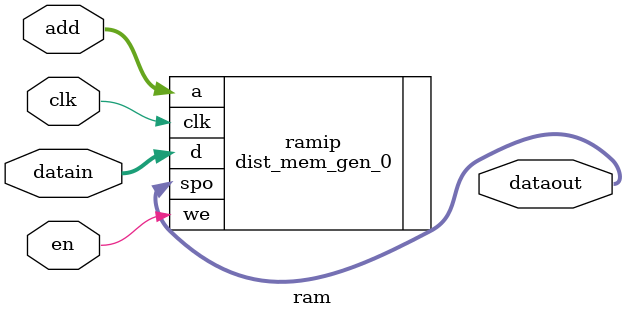
<source format=v>
`timescale 1ns / 1ps


module ram(
input clk, en,
input [15:0] add,
input [15:0] datain,
output [15:0] dataout
    );
    dist_mem_gen_0 ramip (
  .a(add),      // input wire [7 : 0] a
  .d(datain),      // input wire [15 : 0] d
  .clk(clk),  // input wire clk
  .we(en),    // input wire we
  .spo(dataout)  // output wire [15 : 0] spo
);
endmodule

</source>
